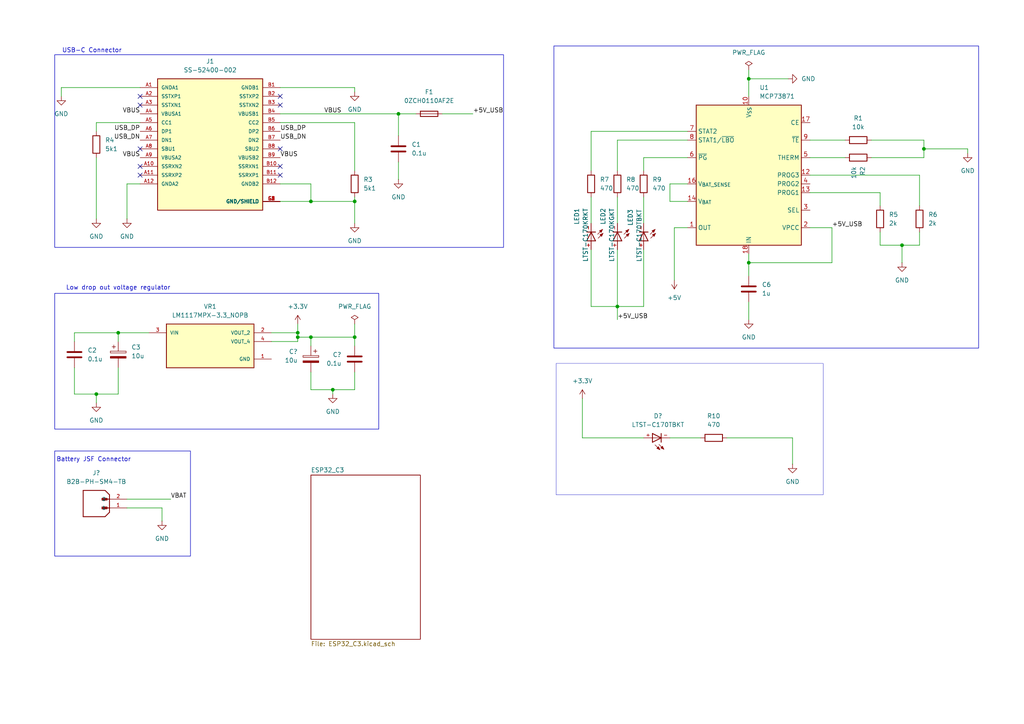
<source format=kicad_sch>
(kicad_sch (version 20250114) (generator "eeschema") (generator_version "9.0")
  (paper "A4")
  (lib_symbols
    (symbol "B2B-PH-SM4-TB:B2B-PH-SM4-TB" (pin_names (offset 1.016))
      (property "Reference" "J" (at 0 6.35 0))
      (property "Value" "B2B-PH-SM4-TB" (at 0 -5.08 0))
      (symbol "B2B-PH-SM4-TB_0_0"
        (polyline (pts (xy 0 3.81) (xy 0 2.54)) (stroke (width 0.254)))
        (polyline (pts (xy 0 3.81) (xy 1.27 5.08)) (stroke (width 0.254)))
        (polyline (pts (xy 0 2.54) (xy 0 -1.27)) (stroke (width 0.254)))
        (polyline (pts (xy 0 2.54) (xy 1.905 2.54)) (stroke (width 0.254)))
        (polyline (pts (xy 0 0) (xy 1.905 0)) (stroke (width 0.254)))
        (polyline (pts (xy 0 -1.27) (xy 1.27 -2.54)) (stroke (width 0.254)))
        (rectangle (start 0.635 2.2225) (end 2.2225 2.8575) (stroke (width 0.1)) (fill (type outline)))
        (rectangle (start 0.635 -0.3175) (end 2.2225 0.3175) (stroke (width 0.1)) (fill (type outline)))
        (polyline (pts (xy 1.27 -2.54) (xy 7.62 -2.54)) (stroke (width 0.254)))
        (polyline (pts (xy 7.62 5.08) (xy 1.27 5.08)) (stroke (width 0.254)))
        (polyline (pts (xy 7.62 -2.54) (xy 7.62 5.08)) (stroke (width 0.254)))
        (pin passive line (at -5.08 2.54 0) (length 5.08) (name "1") (number "1"))
        (pin passive line (at -5.08 0 0) (length 5.08) (name "2") (number "2"))
      )
    )
    (symbol "Battery_Management:MCP73871"
      (property "Reference" "U" (at -7.62 24.13 0))
      (property "Value" "MCP73871" (at -15.24 21.59 0))
      (symbol "MCP73871_0_1"
        (rectangle (start -15.24 20.32) (end 15.24 -20.32) (stroke (width 0.254)) (fill (type background)))
      )
      (symbol "MCP73871_1_1"
        (pin input line (at -17.78 15.24 0) (length 2.54) (name "VPCC") (number "2"))
        (pin input line (at -17.78 10.16 0) (length 2.54) (name "SEL") (number "3"))
        (pin bidirectional line (at -17.78 5.08 0) (length 2.54) (name "PROG1") (number "13"))
        (pin input line (at -17.78 2.54 0) (length 2.54) (name "PROG2") (number "4"))
        (pin bidirectional line (at -17.78 0 0) (length 2.54) (name "PROG3") (number "12"))
        (pin bidirectional line (at -17.78 -5.08 0) (length 2.54) (name "THERM") (number "5"))
        (pin input line (at -17.78 -10.16 0) (length 2.54) (name "~{TE}") (number "9"))
        (pin input line (at -17.78 -15.24 0) (length 2.54) (name "CE") (number "17"))
        (pin power_in line (at 0 22.86 270) (length 2.54) (name "IN") (number "18"))
        (pin passive line (at 0 22.86 270) (length 2.54) (hide yes) (name "IN") (number "19"))
        (pin power_in line (at 0 -22.86 90) (length 2.54) (name "V_{SS}") (number "10"))
        (pin passive line (at 0 -22.86 90) (length 2.54) (hide yes) (name "V_{SS}") (number "11"))
        (pin passive line (at 0 -22.86 90) (length 2.54) (hide yes) (name "V_{SS}") (number "21"))
        (pin power_out line (at 17.78 15.24 180) (length 2.54) (name "OUT") (number "1"))
        (pin passive line (at 17.78 15.24 180) (length 2.54) (hide yes) (name "OUT") (number "20"))
        (pin power_out line (at 17.78 7.62 180) (length 2.54) (name "V_{BAT}") (number "14"))
        (pin passive line (at 17.78 7.62 180) (length 2.54) (hide yes) (name "V_{BAT}") (number "15"))
        (pin input line (at 17.78 2.54 180) (length 2.54) (name "V_{BAT_SENSE}") (number "16"))
        (pin open_collector line (at 17.78 -5.08 180) (length 2.54) (name "~{PG}") (number "6"))
        (pin open_collector line (at 17.78 -10.16 180) (length 2.54) (name "STAT1/~{LBO}") (number "8"))
        (pin open_collector line (at 17.78 -12.7 180) (length 2.54) (name "STAT2") (number "7"))
      )
    )
    (symbol "Device:C" (pin_numbers (hide yes)) (pin_names (offset 0.254))
      (property "Reference" "C" (at 0.635 2.54 0))
      (property "Value" "C" (at 0.635 -2.54 0))
      (symbol "C_0_1"
        (polyline (pts (xy -2.032 0.762) (xy 2.032 0.762)) (stroke (width 0.508)))
        (polyline (pts (xy -2.032 -0.762) (xy 2.032 -0.762)) (stroke (width 0.508)))
      )
      (symbol "C_1_1"
        (pin passive line (at 0 3.81 270) (length 2.794) (name "~") (number "1"))
        (pin passive line (at 0 -3.81 90) (length 2.794) (name "~") (number "2"))
      )
    )
    (symbol "Device:C_Polarized" (pin_numbers (hide yes)) (pin_names (offset 0.254))
      (property "Reference" "C" (at 0.635 2.54 0))
      (property "Value" "C_Polarized" (at 0.635 -2.54 0))
      (symbol "C_Polarized_0_1"
        (rectangle (start -2.286 0.508) (end 2.286 1.016))
        (polyline (pts (xy -1.778 2.286) (xy -0.762 2.286)))
        (polyline (pts (xy -1.27 2.794) (xy -1.27 1.778)))
        (rectangle (start 2.286 -0.508) (end -2.286 -1.016) (fill (type outline)))
      )
      (symbol "C_Polarized_1_1"
        (pin passive line (at 0 3.81 270) (length 2.794) (name "~") (number "1"))
        (pin passive line (at 0 -3.81 90) (length 2.794) (name "~") (number "2"))
      )
    )
    (symbol "Device:Fuse" (pin_numbers (hide yes)) (pin_names (offset 0))
      (property "Reference" "F" (at 2.032 0 90))
      (property "Value" "Fuse" (at -1.905 0 90))
      (symbol "Fuse_0_1"
        (rectangle (start -0.762 -2.54) (end 0.762 2.54) (stroke (width 0.254)))
        (polyline (pts (xy 0 2.54) (xy 0 -2.54)))
      )
      (symbol "Fuse_1_1"
        (pin passive line (at 0 3.81 270) (length 1.27) (name "~") (number "1"))
        (pin passive line (at 0 -3.81 90) (length 1.27) (name "~") (number "2"))
      )
    )
    (symbol "Device:R" (pin_numbers (hide yes)) (pin_names (offset 0))
      (property "Reference" "R" (at 2.032 0 90))
      (property "Value" "R" (at 0 0 90))
      (symbol "R_0_1"
        (rectangle (start -1.016 -2.54) (end 1.016 2.54) (stroke (width 0.254)))
      )
      (symbol "R_1_1"
        (pin passive line (at 0 3.81 270) (length 1.27) (name "~") (number "1"))
        (pin passive line (at 0 -3.81 90) (length 1.27) (name "~") (number "2"))
      )
    )
    (symbol "LM1117MPX-3.3_NOPB:LM1117MPX-3.3_NOPB" (pin_names (offset 1.016))
      (property "Reference" "VR" (at -12.7 6.08 0))
      (property "Value" "LM1117MPX-3.3_NOPB" (at -12.7 -9.08 0))
      (symbol "LM1117MPX-3.3_NOPB_0_0"
        (rectangle (start -12.7 -7.62) (end 12.7 5.08) (stroke (width 0.254)) (fill (type background)))
        (pin input line (at -17.78 2.54 0) (length 5.08) (name "VIN") (number "3"))
        (pin output line (at 17.78 2.54 180) (length 5.08) (name "VOUT_2") (number "2"))
        (pin output line (at 17.78 0 180) (length 5.08) (name "VOUT_4") (number "4"))
        (pin power_in line (at 17.78 -5.08 180) (length 5.08) (name "GND") (number "1"))
      )
    )
    (symbol "LTST-C170KGKT:LTST-C170KGKT" (pin_names (offset 1.016))
      (property "Reference" "D" (at -2.0353 4.0705 0))
      (property "Value" "LTST-C170KGKT" (at -2.0323 -5.7159 0))
      (symbol "LTST-C170KGKT_0_0"
        (polyline (pts (xy -0.762 3.302) (xy 0.127 2.921) (xy -0.381 2.413) (xy -0.762 3.302)) (stroke (width 0.1524)) (fill (type outline)))
        (polyline (pts (xy 0 0) (xy 0 1.27)) (stroke (width 0.254)))
        (polyline (pts (xy 0 0) (xy 2.54 1.27)) (stroke (width 0.254)))
        (polyline (pts (xy 0 -1.27) (xy 0 0)) (stroke (width 0.254)))
        (polyline (pts (xy 0.381 3.429) (xy 1.27 3.048) (xy 0.762 2.54) (xy 0.381 3.429)) (stroke (width 0.1524)) (fill (type outline)))
        (polyline (pts (xy 0.635 1.905) (xy -0.762 3.302)) (stroke (width 0.1524)))
        (polyline (pts (xy 1.778 2.032) (xy 0.381 3.429)) (stroke (width 0.1524)))
        (polyline (pts (xy 2.54 0) (xy 0 0)) (stroke (width 0.1524)))
        (polyline (pts (xy 2.54 0) (xy 2.54 1.27)) (stroke (width 0.254)))
        (polyline (pts (xy 2.54 -1.27) (xy 0 0)) (stroke (width 0.254)))
        (polyline (pts (xy 2.54 -1.27) (xy 2.54 0)) (stroke (width 0.254)))
        (pin passive line (at -2.54 0 0) (length 2.54) (name "~") (number "-"))
        (pin passive line (at 5.08 0 180) (length 2.54) (name "~") (number "+"))
      )
    )
    (symbol "LTST-C170KRKT:LTST-C170KRKT" (pin_names (offset 1.016))
      (property "Reference" "D" (at -2.0343 4.0686 0))
      (property "Value" "LTST-C170KRKT" (at -2.0325 -5.7164 0))
      (symbol "LTST-C170KRKT_0_0"
        (polyline (pts (xy -0.762 3.302) (xy 0.127 2.921) (xy -0.381 2.413) (xy -0.762 3.302)) (stroke (width 0.1524)) (fill (type outline)))
        (polyline (pts (xy 0 0) (xy 0 1.27)) (stroke (width 0.254)))
        (polyline (pts (xy 0 0) (xy 2.54 1.27)) (stroke (width 0.254)))
        (polyline (pts (xy 0 -1.27) (xy 0 0)) (stroke (width 0.254)))
        (polyline (pts (xy 0.381 3.429) (xy 1.27 3.048) (xy 0.762 2.54) (xy 0.381 3.429)) (stroke (width 0.1524)) (fill (type outline)))
        (polyline (pts (xy 0.635 1.905) (xy -0.762 3.302)) (stroke (width 0.1524)))
        (polyline (pts (xy 1.778 2.032) (xy 0.381 3.429)) (stroke (width 0.1524)))
        (polyline (pts (xy 2.54 0) (xy 0 0)) (stroke (width 0.1524)))
        (polyline (pts (xy 2.54 0) (xy 2.54 1.27)) (stroke (width 0.254)))
        (polyline (pts (xy 2.54 -1.27) (xy 0 0)) (stroke (width 0.254)))
        (polyline (pts (xy 2.54 -1.27) (xy 2.54 0)) (stroke (width 0.254)))
        (pin passive line (at -2.54 0 0) (length 2.54) (name "~") (number "-"))
        (pin passive line (at 5.08 0 180) (length 2.54) (name "~") (number "+"))
      )
    )
    (symbol "LTST-C170TBKT:LTST-C170TBKT" (pin_names (offset 1.016))
      (property "Reference" "D" (at -2.0354 4.0708 0))
      (property "Value" "LTST-C170TBKT" (at -2.0343 -5.7214 0))
      (symbol "LTST-C170TBKT_0_0"
        (polyline (pts (xy -0.762 3.302) (xy 0.127 2.921) (xy -0.381 2.413) (xy -0.762 3.302)) (stroke (width 0.1524)) (fill (type outline)))
        (polyline (pts (xy 0 0) (xy 0 1.27)) (stroke (width 0.254)))
        (polyline (pts (xy 0 0) (xy 2.54 1.27)) (stroke (width 0.254)))
        (polyline (pts (xy 0 -1.27) (xy 0 0)) (stroke (width 0.254)))
        (polyline (pts (xy 0.381 3.429) (xy 1.27 3.048) (xy 0.762 2.54) (xy 0.381 3.429)) (stroke (width 0.1524)) (fill (type outline)))
        (polyline (pts (xy 0.635 1.905) (xy -0.762 3.302)) (stroke (width 0.1524)))
        (polyline (pts (xy 1.778 2.032) (xy 0.381 3.429)) (stroke (width 0.1524)))
        (polyline (pts (xy 2.54 0) (xy 0 0)) (stroke (width 0.1524)))
        (polyline (pts (xy 2.54 0) (xy 2.54 1.27)) (stroke (width 0.254)))
        (polyline (pts (xy 2.54 -1.27) (xy 0 0)) (stroke (width 0.254)))
        (polyline (pts (xy 2.54 -1.27) (xy 2.54 0)) (stroke (width 0.254)))
        (pin passive line (at -2.54 0 0) (length 2.54) (name "~") (number "-"))
        (pin passive line (at 5.08 0 180) (length 2.54) (name "~") (number "+"))
      )
    )
    (symbol "SS-52400-002:SS-52400-002" (pin_names (offset 1.016))
      (property "Reference" "J" (at -15.24 19.05 0))
      (property "Value" "SS-52400-002" (at -15.24 -22.86 0))
      (symbol "SS-52400-002_0_0"
        (rectangle (start -15.24 -20.32) (end 15.24 17.78) (stroke (width 0.254)) (fill (type background)))
        (pin power_in line (at -20.32 15.24 0) (length 5.08) (name "GNDA1") (number "A1"))
        (pin bidirectional line (at -20.32 12.7 0) (length 5.08) (name "SSTXP1") (number "A2"))
        (pin bidirectional line (at -20.32 10.16 0) (length 5.08) (name "SSTXN1") (number "A3"))
        (pin power_in line (at -20.32 7.62 0) (length 5.08) (name "VBUSA1") (number "A4"))
        (pin bidirectional line (at -20.32 5.08 0) (length 5.08) (name "CC1") (number "A5"))
        (pin bidirectional line (at -20.32 2.54 0) (length 5.08) (name "DP1") (number "A6"))
        (pin bidirectional line (at -20.32 0 0) (length 5.08) (name "DN1") (number "A7"))
        (pin bidirectional line (at -20.32 -2.54 0) (length 5.08) (name "SBU1") (number "A8"))
        (pin power_in line (at -20.32 -5.08 0) (length 5.08) (name "VBUSA2") (number "A9"))
        (pin bidirectional line (at -20.32 -7.62 0) (length 5.08) (name "SSRXN2") (number "A10"))
        (pin bidirectional line (at -20.32 -10.16 0) (length 5.08) (name "SSRXP2") (number "A11"))
        (pin power_in line (at -20.32 -12.7 0) (length 5.08) (name "GNDA2") (number "A12"))
        (pin power_in line (at 20.32 15.24 180) (length 5.08) (name "GNDB1") (number "B1"))
        (pin bidirectional line (at 20.32 12.7 180) (length 5.08) (name "SSTXP2") (number "B2"))
        (pin bidirectional line (at 20.32 10.16 180) (length 5.08) (name "SSTXN2") (number "B3"))
        (pin power_in line (at 20.32 7.62 180) (length 5.08) (name "VBUSB1") (number "B4"))
        (pin bidirectional line (at 20.32 5.08 180) (length 5.08) (name "CC2") (number "B5"))
        (pin bidirectional line (at 20.32 2.54 180) (length 5.08) (name "DP2") (number "B6"))
        (pin bidirectional line (at 20.32 0 180) (length 5.08) (name "DN2") (number "B7"))
        (pin bidirectional line (at 20.32 -2.54 180) (length 5.08) (name "SBU2") (number "B8"))
        (pin power_in line (at 20.32 -5.08 180) (length 5.08) (name "VBUSB2") (number "B9"))
        (pin bidirectional line (at 20.32 -7.62 180) (length 5.08) (name "SSRXN1") (number "B10"))
        (pin bidirectional line (at 20.32 -10.16 180) (length 5.08) (name "SSRXP1") (number "B11"))
        (pin power_in line (at 20.32 -12.7 180) (length 5.08) (name "GNDB2") (number "B12"))
        (pin power_in line (at 20.32 -17.78 180) (length 5.08) (name "GND/SHIELD") (number "G1"))
        (pin power_in line (at 20.32 -17.78 180) (length 5.08) (name "GND/SHIELD") (number "G2"))
        (pin power_in line (at 20.32 -17.78 180) (length 5.08) (name "GND/SHIELD") (number "G3"))
        (pin power_in line (at 20.32 -17.78 180) (length 5.08) (name "GND/SHIELD") (number "G4"))
        (pin power_in line (at 20.32 -17.78 180) (length 5.08) (name "GND/SHIELD") (number "S1"))
        (pin power_in line (at 20.32 -17.78 180) (length 5.08) (name "GND/SHIELD") (number "S2"))
        (pin power_in line (at 20.32 -17.78 180) (length 5.08) (name "GND/SHIELD") (number "S3"))
        (pin power_in line (at 20.32 -17.78 180) (length 5.08) (name "GND/SHIELD") (number "S4"))
      )
    )
    (symbol "power:+3.3V" (power) (pin_numbers (hide yes)) (pin_names (offset 0) (hide yes))
      (property "Value" "+3.3V" (at 0 3.556 0))
      (symbol "+3.3V_0_1"
        (polyline (pts (xy -0.762 1.27) (xy 0 2.54)))
        (polyline (pts (xy 0 2.54) (xy 0.762 1.27)))
        (polyline (pts (xy 0 0) (xy 0 2.54)))
      )
      (symbol "+3.3V_1_1"
        (pin power_in line (at 0 0 90) (length 0) (name "~") (number "1"))
      )
    )
    (symbol "power:+5V" (power) (pin_numbers (hide yes)) (pin_names (offset 0) (hide yes))
      (property "Value" "+5V" (at 0 3.556 0))
      (symbol "+5V_0_1"
        (polyline (pts (xy -0.762 1.27) (xy 0 2.54)))
        (polyline (pts (xy 0 2.54) (xy 0.762 1.27)))
        (polyline (pts (xy 0 0) (xy 0 2.54)))
      )
      (symbol "+5V_1_1"
        (pin power_in line (at 0 0 90) (length 0) (name "~") (number "1"))
      )
    )
    (symbol "power:GND" (power) (pin_numbers (hide yes)) (pin_names (offset 0) (hide yes))
      (property "Value" "GND" (at 0 -3.81 0))
      (symbol "GND_0_1"
        (polyline (pts (xy 0 0) (xy 0 -1.27) (xy 1.27 -1.27) (xy 0 -2.54) (xy -1.27 -1.27) (xy 0 -1.27)))
      )
      (symbol "GND_1_1"
        (pin power_in line (at 0 0 270) (length 0) (name "~") (number "1"))
      )
    )
    (symbol "power:PWR_FLAG" (power) (pin_numbers (hide yes)) (pin_names (offset 0) (hide yes))
      (property "Value" "PWR_FLAG" (at 0 3.81 0))
      (symbol "PWR_FLAG_0_0"
        (pin power_out line (at 0 0 90) (length 0) (name "~") (number "1"))
      )
      (symbol "PWR_FLAG_0_1"
        (polyline (pts (xy 0 0) (xy 0 1.27) (xy -1.016 1.905) (xy 0 2.54) (xy 1.016 1.905) (xy 0 1.27)))
      )
    )
  )
  (rectangle (start 15.875 85.09) (end 109.855 124.46))
  (rectangle (start 15.875 15.875) (end 146.05 71.755))
  (rectangle (start 161.29 105.41) (end 238.76 143.51) (stroke (width 0.0508)))
  (rectangle (start 160.655 13.335) (end 283.845 100.965))
  (rectangle (start 15.875 130.81) (end 55.245 161.29))
  (text "USB-C Connector" (at 26.67 14.732 0) (effects (font (size 1.27 1.27))))
  (text "Battery JSF Connector" (at 27.178 133.35 0) (effects (font (size 1.27 1.27))))
  (text "Low drop out voltage regulator\n" (at 34.29 83.566 0) (effects (font (size 1.27 1.27))))
  (junction (at 34.29 96.52))
  (junction (at 27.94 114.3))
  (junction (at 267.97 43.18))
  (junction (at 90.17 58.42))
  (junction (at 102.87 97.79))
  (junction (at 261.62 71.12))
  (junction (at 102.87 58.42))
  (junction (at 217.17 76.2))
  (junction (at 115.57 33.02))
  (junction (at 179.07 88.9))
  (junction (at 86.36 96.52))
  (junction (at 96.52 113.03))
  (junction (at 217.17 22.86))
  (junction (at 90.17 97.79))
  (junction (at 86.36 97.79))
  (no_connect (at 81.28 43.18))
  (no_connect (at 40.64 43.18))
  (no_connect (at 40.64 30.48))
  (no_connect (at 40.64 48.26))
  (no_connect (at 81.28 30.48))
  (no_connect (at 40.64 27.94))
  (no_connect (at 81.28 50.8))
  (no_connect (at 40.64 50.8))
  (no_connect (at 81.28 27.94))
  (no_connect (at 81.28 48.26))
  (wire (pts (xy 234.95 55.88) (xy 255.27 55.88)))
  (wire (pts (xy 96.52 113.03) (xy 90.17 113.03)))
  (wire (pts (xy 102.87 35.56) (xy 102.87 49.53)))
  (wire (pts (xy 229.87 127) (xy 229.87 134.62)))
  (wire (pts (xy 90.17 58.42) (xy 102.87 58.42)))
  (wire (pts (xy 36.83 144.78) (xy 49.53 144.78)))
  (wire (pts (xy 194.31 53.34) (xy 194.31 58.42)))
  (wire (pts (xy 194.31 58.42) (xy 199.39 58.42)))
  (wire (pts (xy 90.17 97.79) (xy 90.17 100.33)))
  (wire (pts (xy 21.59 96.52) (xy 21.59 99.06)))
  (wire (pts (xy 255.27 55.88) (xy 255.27 59.69)))
  (wire (pts (xy 81.28 58.42) (xy 90.17 58.42)))
  (wire (pts (xy 186.69 57.15) (xy 186.69 64.77)))
  (wire (pts (xy 195.58 66.04) (xy 195.58 81.28)))
  (wire (pts (xy 217.17 22.86) (xy 217.17 27.94)))
  (wire (pts (xy 255.27 71.12) (xy 261.62 71.12)))
  (wire (pts (xy 228.6 22.86) (xy 217.17 22.86)))
  (wire (pts (xy 171.45 88.9) (xy 179.07 88.9)))
  (wire (pts (xy 90.17 53.34) (xy 90.17 58.42)))
  (wire (pts (xy 21.59 106.68) (xy 21.59 114.3)))
  (wire (pts (xy 186.69 45.72) (xy 199.39 45.72)))
  (wire (pts (xy 199.39 38.1) (xy 171.45 38.1)))
  (wire (pts (xy 36.83 147.32) (xy 46.99 147.32)))
  (wire (pts (xy 86.36 99.06) (xy 86.36 97.79)))
  (wire (pts (xy 128.27 33.02) (xy 137.16 33.02)))
  (wire (pts (xy 90.17 107.95) (xy 90.17 113.03)))
  (wire (pts (xy 234.95 50.8) (xy 266.7 50.8)))
  (wire (pts (xy 179.07 88.9) (xy 179.07 92.71)))
  (wire (pts (xy 168.91 127) (xy 186.69 127)))
  (wire (pts (xy 40.64 25.4) (xy 17.78 25.4)))
  (wire (pts (xy 194.31 127) (xy 203.2 127)))
  (wire (pts (xy 36.83 53.34) (xy 40.64 53.34)))
  (wire (pts (xy 171.45 38.1) (xy 171.45 49.53)))
  (wire (pts (xy 86.36 96.52) (xy 86.36 93.98)))
  (wire (pts (xy 234.95 66.04) (xy 241.3 66.04)))
  (wire (pts (xy 96.52 113.03) (xy 102.87 113.03)))
  (wire (pts (xy 217.17 73.66) (xy 217.17 76.2)))
  (wire (pts (xy 179.07 88.9) (xy 186.69 88.9)))
  (wire (pts (xy 266.7 50.8) (xy 266.7 59.69)))
  (wire (pts (xy 17.78 25.4) (xy 17.78 27.94)))
  (wire (pts (xy 266.7 71.12) (xy 266.7 67.31)))
  (wire (pts (xy 81.28 25.4) (xy 102.87 25.4)))
  (wire (pts (xy 27.94 114.3) (xy 27.94 116.84)))
  (wire (pts (xy 43.18 96.52) (xy 34.29 96.52)))
  (wire (pts (xy 34.29 96.52) (xy 21.59 96.52)))
  (wire (pts (xy 102.87 113.03) (xy 102.87 107.95)))
  (wire (pts (xy 234.95 40.64) (xy 245.11 40.64)))
  (wire (pts (xy 267.97 45.72) (xy 267.97 43.18)))
  (wire (pts (xy 267.97 40.64) (xy 252.73 40.64)))
  (wire (pts (xy 179.07 57.15) (xy 179.07 64.77)))
  (wire (pts (xy 179.07 72.39) (xy 179.07 88.9)))
  (wire (pts (xy 86.36 97.79) (xy 90.17 97.79)))
  (wire (pts (xy 102.87 97.79) (xy 102.87 100.33)))
  (wire (pts (xy 210.82 127) (xy 229.87 127)))
  (wire (pts (xy 217.17 20.32) (xy 217.17 22.86)))
  (wire (pts (xy 199.39 40.64) (xy 179.07 40.64)))
  (wire (pts (xy 217.17 87.63) (xy 217.17 92.71)))
  (wire (pts (xy 179.07 40.64) (xy 179.07 49.53)))
  (wire (pts (xy 102.87 93.98) (xy 102.87 97.79)))
  (wire (pts (xy 81.28 35.56) (xy 102.87 35.56)))
  (wire (pts (xy 27.94 45.72) (xy 27.94 63.5)))
  (wire (pts (xy 186.69 49.53) (xy 186.69 45.72)))
  (wire (pts (xy 34.29 114.3) (xy 34.29 106.68)))
  (wire (pts (xy 102.87 58.42) (xy 102.87 64.77)))
  (wire (pts (xy 280.67 44.45) (xy 280.67 43.18)))
  (wire (pts (xy 168.91 115.57) (xy 168.91 127)))
  (wire (pts (xy 267.97 43.18) (xy 267.97 40.64)))
  (wire (pts (xy 241.3 76.2) (xy 217.17 76.2)))
  (wire (pts (xy 78.74 96.52) (xy 86.36 96.52)))
  (wire (pts (xy 115.57 33.02) (xy 120.65 33.02)))
  (wire (pts (xy 27.94 114.3) (xy 34.29 114.3)))
  (wire (pts (xy 40.64 35.56) (xy 27.94 35.56)))
  (wire (pts (xy 255.27 67.31) (xy 255.27 71.12)))
  (wire (pts (xy 199.39 53.34) (xy 194.31 53.34)))
  (wire (pts (xy 102.87 25.4) (xy 102.87 26.67)))
  (wire (pts (xy 86.36 97.79) (xy 86.36 96.52)))
  (wire (pts (xy 261.62 71.12) (xy 266.7 71.12)))
  (wire (pts (xy 115.57 33.02) (xy 115.57 39.37)))
  (wire (pts (xy 115.57 46.99) (xy 115.57 52.07)))
  (wire (pts (xy 21.59 114.3) (xy 27.94 114.3)))
  (wire (pts (xy 78.74 99.06) (xy 86.36 99.06)))
  (wire (pts (xy 36.83 63.5) (xy 36.83 53.34)))
  (wire (pts (xy 199.39 66.04) (xy 195.58 66.04)))
  (wire (pts (xy 90.17 97.79) (xy 102.87 97.79)))
  (wire (pts (xy 280.67 43.18) (xy 267.97 43.18)))
  (wire (pts (xy 217.17 76.2) (xy 217.17 80.01)))
  (wire (pts (xy 81.28 53.34) (xy 90.17 53.34)))
  (wire (pts (xy 96.52 113.03) (xy 96.52 114.3)))
  (wire (pts (xy 171.45 57.15) (xy 171.45 64.77)))
  (wire (pts (xy 171.45 72.39) (xy 171.45 88.9)))
  (wire (pts (xy 102.87 57.15) (xy 102.87 58.42)))
  (wire (pts (xy 186.69 88.9) (xy 186.69 72.39)))
  (wire (pts (xy 234.95 45.72) (xy 245.11 45.72)))
  (wire (pts (xy 46.99 147.32) (xy 46.99 151.13)))
  (wire (pts (xy 81.28 33.02) (xy 115.57 33.02)))
  (wire (pts (xy 34.29 96.52) (xy 34.29 99.06)))
  (wire (pts (xy 252.73 45.72) (xy 267.97 45.72)))
  (wire (pts (xy 241.3 66.04) (xy 241.3 76.2)))
  (wire (pts (xy 261.62 71.12) (xy 261.62 76.2)))
  (wire (pts (xy 27.94 35.56) (xy 27.94 38.1)))
  (label "+5V_USB" (at 179.07 92.71 0))
  (label "+5V_USB" (at 241.3 66.04 0))
  (label "VBUS" (at 81.28 45.72 0))
  (label "VBUS" (at 40.64 33.02 180))
  (label "VBAT" (at 49.53 144.78 0))
  (label "USB_DN" (at 81.28 40.64 0))
  (label "+5V_USB" (at 137.16 33.02 0))
  (label "USB_DP" (at 40.64 38.1 180))
  (label "VBUS" (at 93.98 33.02 0))
  (label "VBUS" (at 40.64 45.72 180))
  (label "USB_DN" (at 40.64 40.64 180))
  (label "USB_DP" (at 81.28 38.1 0))
  (symbol (lib_id "Device:R") (at 186.69 53.34 180) (unit 1)
    (property "Reference" "R9" (at 189.23 52.0699 0) (effects (justify right)))
    (property "Value" "470" (at 189.23 54.6099 0) (effects (justify right)))
    (property "Description" "Resistor" (effects (hide yes)))
  )
  (symbol (lib_id "power:GND") (at 261.62 76.2 0) (unit 1)
    (property "Reference" "#PWR02" (effects (hide yes)))
    (property "Value" "GND" (at 261.62 81.28 0))
    (property "Description" "Power symbol creates a global label with name \"GND\" , ground" (effects (hide yes)))
  )
  (symbol (lib_id "Device:R") (at 27.94 41.91 0) (unit 1)
    (property "Reference" "R4" (at 30.48 40.6399 0) (effects (justify left)))
    (property "Value" "5k1" (at 30.48 43.1799 0) (effects (justify left)))
    (property "Description" "Resistor" (effects (hide yes)))
  )
  (symbol (lib_id "power:+5V") (at 195.58 81.28 180) (unit 1)
    (property "Reference" "#PWR09" (effects (hide yes)))
    (property "Value" "+5V" (at 195.58 86.36 0))
    (property "Description" "Power symbol creates a global label with name \"+5V\"" (effects (hide yes)))
  )
  (symbol (lib_id "Device:C") (at 21.59 102.87 0) (unit 1)
    (property "Reference" "C2" (at 25.4 101.5999 0) (effects (justify left)))
    (property "Value" "0.1u" (at 25.4 104.1399 0) (effects (justify left)))
    (property "Description" "Unpolarized capacitor" (effects (hide yes)))
  )
  (symbol (lib_id "LTST-C170TBKT:LTST-C170TBKT") (at 186.69 67.31 270) (unit 1)
    (property "Reference" "LED3" (at 182.8418 60.6425 0) (effects (justify left)))
    (property "Value" "LTST-C170TBKT" (at 185.3818 60.6425 0) (effects (justify left)))
    (property "Footprint" "LTST-C170TBKT:DIOC200X125X110" (effects (hide yes)))
    (property "MF" "Lite-On Electronics" (effects (hide yes)))
    (property "Description_1" "Blue 470nm LED Indication - Discrete 3.3V 0805 (2012 Metric)" (effects (hide yes)))
    (property "Package" "0805 Lite-On" (effects (hide yes)))
    (property "Price" "None" (effects (hide yes)))
    (property "Check_prices" "https://www.snapeda.com/parts/LTST-C170TBKT/Lite-On/view-part/?ref=eda" (effects (hide yes)))
    (property "SnapEDA_Link" "https://www.snapeda.com/parts/LTST-C170TBKT/Lite-On/view-part/?ref=snap" (effects (hide yes)))
    (property "MP" "LTST-C170TBKT" (effects (hide yes)))
    (property "Availability" "In Stock" (effects (hide yes)))
    (property "MANUFACTURER" "LiteOn" (effects (hide yes)))
  )
  (symbol (lib_id "Device:R") (at 255.27 63.5 0) (unit 1)
    (property "Reference" "R5" (at 257.81 62.2299 0) (effects (justify left)))
    (property "Value" "2k" (at 257.81 64.7699 0) (effects (justify left)))
    (property "Description" "Resistor" (effects (hide yes)))
  )
  (symbol (lib_id "Device:C") (at 217.17 83.82 0) (unit 1)
    (property "Reference" "C6" (at 220.98 82.5499 0) (effects (justify left)))
    (property "Value" "1u" (at 220.98 85.0899 0) (effects (justify left)))
    (property "Description" "Unpolarized capacitor" (effects (hide yes)))
  )
  (symbol (lib_id "LTST-C170KGKT:LTST-C170KGKT") (at 179.07 67.31 270) (unit 1)
    (property "Reference" "LED2" (at 174.9043 60.325 0) (effects (justify left)))
    (property "Value" "LTST-C170KGKT" (at 177.4443 60.325 0) (effects (justify left)))
    (property "Footprint" "LTST-C170KGKT:DIOC200X125X110" (effects (hide yes)))
    (property "MF" "Lite-On Inc." (effects (hide yes)))
    (property "Description_1" "Green 571nm LED Indication - Discrete 2V 0805 (2012 Metric)" (effects (hide yes)))
    (property "Package" "0805 Lite-On" (effects (hide yes)))
    (property "Price" "None" (effects (hide yes)))
    (property "Check_prices" "https://www.snapeda.com/parts/LTST-C170KGKT/Lite-On/view-part/?ref=eda" (effects (hide yes)))
    (property "SnapEDA_Link" "https://www.snapeda.com/parts/LTST-C170KGKT/Lite-On/view-part/?ref=snap" (effects (hide yes)))
    (property "MP" "LTST-C170KGKT" (effects (hide yes)))
    (property "Availability" "In Stock" (effects (hide yes)))
    (property "MANUFACTURER" "LiteOn" (effects (hide yes)))
  )
  (symbol (lib_id "Device:C") (at 102.87 104.14 0) (mirror y) (unit 1)
    (property "Reference" "C?" (at 99.06 102.8699 0) (effects (justify left)))
    (property "Value" "0.1u" (at 99.06 105.4099 0) (effects (justify left)))
    (property "Description" "Unpolarized capacitor" (effects (hide yes)))
  )
  (symbol (lib_id "power:GND") (at 280.67 44.45 0) (unit 1)
    (property "Reference" "#PWR01" (effects (hide yes)))
    (property "Value" "GND" (at 280.67 49.53 0))
    (property "Description" "Power symbol creates a global label with name \"GND\" , ground" (effects (hide yes)))
  )
  (symbol (lib_id "power:GND") (at 46.99 151.13 0) (unit 1)
    (property "Reference" "#PWR015" (effects (hide yes)))
    (property "Value" "GND" (at 46.99 156.21 0))
    (property "Description" "Power symbol creates a global label with name \"GND\" , ground" (effects (hide yes)))
  )
  (symbol (lib_id "Device:C_Polarized") (at 34.29 102.87 0) (unit 1)
    (property "Reference" "C3" (at 38.1 100.7109 0) (effects (justify left)))
    (property "Value" "10u" (at 38.1 103.2509 0) (effects (justify left)))
    (property "Description" "Polarized capacitor" (effects (hide yes)))
  )
  (symbol (lib_id "power:GND") (at 228.6 22.86 90) (unit 1)
    (property "Reference" "#PWR010" (effects (hide yes)))
    (property "Value" "GND" (at 232.41 22.8599 90) (effects (justify right)))
    (property "Description" "Power symbol creates a global label with name \"GND\" , ground" (effects (hide yes)))
  )
  (symbol (lib_id "power:GND") (at 229.87 134.62 0) (unit 1)
    (property "Reference" "#PWR016" (effects (hide yes)))
    (property "Value" "GND" (at 229.87 139.7 0))
    (property "Description" "Power symbol creates a global label with name \"GND\" , ground" (effects (hide yes)))
  )
  (symbol (lib_id "LM1117MPX-3.3_NOPB:LM1117MPX-3.3_NOPB") (at 60.96 99.06 0) (unit 1)
    (property "Reference" "VR1" (at 60.96 88.9 0))
    (property "Value" "LM1117MPX-3.3_NOPB" (at 60.96 91.44 0))
    (property "Footprint" "LM1117MPX-3.3_NOPB:VREG_LM1117MPX-3.3_NOPB" (effects (hide yes)))
    (property "DigiKey_Part_Number" "LM1117MPX-3.3/NOPBTR-ND" (effects (hide yes)))
    (property "SnapEDA_Link" "https://www.snapeda.com/parts/LM1117MPX-3.3/NOPB/Texas+Instruments/view-part/?ref=snap" (effects (hide yes)))
    (property "MAXIMUM_PACKAGE_HEIGHT" "1.80 mm" (effects (hide yes)))
    (property "Package" "SOT-223-4 Texas Instruments" (effects (hide yes)))
    (property "Check_prices" "https://www.snapeda.com/parts/LM1117MPX-3.3/NOPB/Texas+Instruments/view-part/?ref=eda" (effects (hide yes)))
    (property "STANDARD" "Manufacturer Recommendation" (effects (hide yes)))
    (property "PARTREV" "O" (effects (hide yes)))
    (property "MF" "Texas Instruments" (effects (hide yes)))
    (property "MP" "LM1117MPX-3.3/NOPB" (effects (hide yes)))
    (property "Description_1" "800-mA 15-V linear voltage regulator" (effects (hide yes)))
    (property "MANUFACTURER" "Texas Instruments" (effects (hide yes)))
  )
  (symbol (lib_id "power:GND") (at 217.17 92.71 0) (unit 1)
    (property "Reference" "#PWR011" (effects (hide yes)))
    (property "Value" "GND" (at 217.17 97.79 0))
    (property "Description" "Power symbol creates a global label with name \"GND\" , ground" (effects (hide yes)))
  )
  (symbol (lib_id "Device:R") (at 207.01 127 90) (unit 1)
    (property "Reference" "R10" (at 207.01 120.65 90))
    (property "Value" "470" (at 207.01 123.19 90))
    (property "Description" "Resistor" (effects (hide yes)))
  )
  (symbol (lib_id "power:PWR_FLAG") (at 102.87 93.98 0) (unit 1)
    (property "Reference" "#FLG02" (effects (hide yes)))
    (property "Value" "PWR_FLAG" (at 102.87 88.9 0))
    (property "Description" "Special symbol for telling ERC where power comes from" (effects (hide yes)))
  )
  (symbol (lib_id "power:GND") (at 115.57 52.07 0) (unit 1)
    (property "Reference" "#PWR08" (effects (hide yes)))
    (property "Value" "GND" (at 115.57 57.15 0))
    (property "Description" "Power symbol creates a global label with name \"GND\" , ground" (effects (hide yes)))
  )
  (symbol (lib_id "Device:R") (at 179.07 53.34 0) (unit 1)
    (property "Reference" "R8" (at 181.61 52.0699 0) (effects (justify left)))
    (property "Value" "470" (at 181.61 54.6099 0) (effects (justify left)))
    (property "Description" "Resistor" (effects (hide yes)))
  )
  (symbol (lib_id "power:GND") (at 27.94 63.5 0) (unit 1)
    (property "Reference" "#PWR03" (effects (hide yes)))
    (property "Value" "GND" (at 27.94 68.58 0))
    (property "Description" "Power symbol creates a global label with name \"GND\" , ground" (effects (hide yes)))
  )
  (symbol (lib_id "Device:R") (at 248.92 40.64 90) (unit 1)
    (property "Reference" "R1" (at 248.92 34.29 90))
    (property "Value" "10k" (at 248.92 36.83 90))
    (property "Description" "Resistor" (effects (hide yes)))
  )
  (symbol (lib_id "power:GND") (at 36.83 63.5 0) (unit 1)
    (property "Reference" "#PWR04" (effects (hide yes)))
    (property "Value" "GND" (at 36.83 68.58 0))
    (property "Description" "Power symbol creates a global label with name \"GND\" , ground" (effects (hide yes)))
  )
  (symbol (lib_id "Device:R") (at 102.87 53.34 0) (unit 1)
    (property "Reference" "R3" (at 105.41 52.0699 0) (effects (justify left)))
    (property "Value" "5k1" (at 105.41 54.6099 0) (effects (justify left)))
    (property "Description" "Resistor" (effects (hide yes)))
  )
  (symbol (lib_id "power:GND") (at 27.94 116.84 0) (unit 1)
    (property "Reference" "#PWR014" (effects (hide yes)))
    (property "Value" "GND" (at 27.94 121.92 0))
    (property "Description" "Power symbol creates a global label with name \"GND\" , ground" (effects (hide yes)))
  )
  (symbol (lib_id "power:GND") (at 102.87 26.67 0) (unit 1)
    (property "Reference" "#PWR07" (effects (hide yes)))
    (property "Value" "GND" (at 102.87 31.75 0))
    (property "Description" "Power symbol creates a global label with name \"GND\" , ground" (effects (hide yes)))
  )
  (symbol (lib_id "LTST-C170KRKT:LTST-C170KRKT") (at 171.45 67.31 270) (unit 1)
    (property "Reference" "LED1" (at 167.2843 60.325 0) (effects (justify left)))
    (property "Value" "LTST-C170KRKT" (at 169.8243 60.325 0) (effects (justify left)))
    (property "Footprint" "LTST-C170KRKT:DIOC200X125X110" (effects (hide yes)))
    (property "DigiKey_Part_Number" "160-1415-2-ND" (effects (hide yes)))
    (property "SnapEDA_Link" "https://www.snapeda.com/parts/LTST-C170KRKT/Lite-On/view-part/?ref=snap" (effects (hide yes)))
    (property "Description_1" "Red 631nm LED Indication - Discrete 2V 0805 (2012 Metric)" (effects (hide yes)))
    (property "Package" "0805 Lite-On" (effects (hide yes)))
    (property "Check_prices" "https://www.snapeda.com/parts/LTST-C170KRKT/Lite-On/view-part/?ref=eda" (effects (hide yes)))
    (property "MF" "Lite-On Inc." (effects (hide yes)))
    (property "MP" "LTST-C170KRKT" (effects (hide yes)))
    (property "MANUFACTURER" "LiteOn" (effects (hide yes)))
  )
  (symbol (lib_id "LTST-C170TBKT:LTST-C170TBKT") (at 191.77 127 180) (unit 1)
    (property "Reference" "D?" (at 190.8556 120.65 0))
    (property "Value" "LTST-C170TBKT" (at 190.8556 123.19 0))
    (property "Footprint" "LTST-C170TBKT:DIOC200X125X110" (effects (hide yes)))
    (property "MF" "Lite-On Electronics" (effects (hide yes)))
    (property "Description_1" "Blue 470nm LED Indication - Discrete 3.3V 0805 (2012 Metric)" (effects (hide yes)))
    (property "Package" "0805 Lite-On" (effects (hide yes)))
    (property "Price" "None" (effects (hide yes)))
    (property "Check_prices" "https://www.snapeda.com/parts/LTST-C170TBKT/Lite-On/view-part/?ref=eda" (effects (hide yes)))
    (property "SnapEDA_Link" "https://www.snapeda.com/parts/LTST-C170TBKT/Lite-On/view-part/?ref=snap" (effects (hide yes)))
    (property "MP" "LTST-C170TBKT" (effects (hide yes)))
    (property "Availability" "In Stock" (effects (hide yes)))
    (property "MANUFACTURER" "LiteOn" (effects (hide yes)))
  )
  (symbol (lib_id "Device:R") (at 266.7 63.5 0) (unit 1)
    (property "Reference" "R6" (at 269.24 62.2299 0) (effects (justify left)))
    (property "Value" "2k" (at 269.24 64.7699 0) (effects (justify left)))
    (property "Description" "Resistor" (effects (hide yes)))
  )
  (symbol (lib_id "Device:Fuse") (at 124.46 33.02 90) (unit 1)
    (property "Reference" "F1" (at 124.46 26.67 90))
    (property "Value" "0ZCH0110AF2E" (at 124.46 29.21 90))
    (property "Description" "Fuse" (effects (hide yes)))
  )
  (symbol (lib_id "power:GND") (at 17.78 27.94 0) (unit 1)
    (property "Reference" "#PWR06" (effects (hide yes)))
    (property "Value" "GND" (at 17.78 33.02 0))
    (property "Description" "Power symbol creates a global label with name \"GND\" , ground" (effects (hide yes)))
  )
  (symbol (lib_id "power:+3.3V") (at 168.91 115.57 0) (unit 1)
    (property "Reference" "#PWR017" (effects (hide yes)))
    (property "Value" "+3.3V" (at 168.91 110.49 0))
    (property "Description" "Power symbol creates a global label with name \"+3.3V\"" (effects (hide yes)))
  )
  (symbol (lib_id "Device:R") (at 248.92 45.72 270) (unit 1)
    (property "Reference" "R2" (at 250.1901 48.26 0) (effects (justify left)))
    (property "Value" "10k" (at 247.6501 48.26 0) (effects (justify left)))
    (property "Description" "Resistor" (effects (hide yes)))
  )
  (symbol (lib_id "Device:C") (at 115.57 43.18 0) (unit 1)
    (property "Reference" "C1" (at 119.38 41.9099 0) (effects (justify left)))
    (property "Value" "0.1u" (at 119.38 44.4499 0) (effects (justify left)))
    (property "Description" "Unpolarized capacitor" (effects (hide yes)))
  )
  (symbol (lib_id "Device:C_Polarized") (at 90.17 104.14 0) (mirror y) (unit 1)
    (property "Reference" "C?" (at 86.36 101.9809 0) (effects (justify left)))
    (property "Value" "10u" (at 86.36 104.5209 0) (effects (justify left)))
    (property "Description" "Polarized capacitor" (effects (hide yes)))
  )
  (symbol (lib_id "power:GND") (at 96.52 114.3 0) (unit 1)
    (property "Reference" "#PWR013" (effects (hide yes)))
    (property "Value" "GND" (at 96.52 119.38 0))
    (property "Description" "Power symbol creates a global label with name \"GND\" , ground" (effects (hide yes)))
  )
  (symbol (lib_id "power:GND") (at 102.87 64.77 0) (unit 1)
    (property "Reference" "#PWR05" (effects (hide yes)))
    (property "Value" "GND" (at 102.87 69.85 0))
    (property "Description" "Power symbol creates a global label with name \"GND\" , ground" (effects (hide yes)))
  )
  (symbol (lib_id "SS-52400-002:SS-52400-002") (at 60.96 40.64 0) (unit 1)
    (property "Reference" "J1" (at 60.96 17.78 0))
    (property "Value" "SS-52400-002" (at 60.96 20.32 0))
    (property "Footprint" "SS-52400-002:BELFUSE_SS-52400-002" (effects (hide yes)))
    (property "DigiKey_Part_Number" "380-SS-52400-002TR-ND" (effects (hide yes)))
    (property "SnapEDA_Link" "https://www.snapeda.com/parts/SS-52400-002/Stewart+Connector/view-part/?ref=snap" (effects (hide yes)))
    (property "MAXIMUM_PACKAGE_HEIGHT" "2.96 mm" (effects (hide yes)))
    (property "Package" "None" (effects (hide yes)))
    (property "Check_prices" "https://www.snapeda.com/parts/SS-52400-002/Stewart+Connector/view-part/?ref=eda" (effects (hide yes)))
    (property "STANDARD" "Manufacturer Recommendations" (effects (hide yes)))
    (property "PARTREV" "A0" (effects (hide yes)))
    (property "MF" "Stewart Connector" (effects (hide yes)))
    (property "MP" "SS-52400-002" (effects (hide yes)))
    (property "Description_1" "USB Type-C Connector | USB 3.1 | 1 Port | Right Angle Receptacle | Shielded | 0.039 in (1.00mm) PCB Thickness" (effects (hide yes)))
    (property "MANUFACTURER" "BelFuse" (effects (hide yes)))
  )
  (symbol (lib_id "power:PWR_FLAG") (at 217.17 20.32 0) (unit 1)
    (property "Reference" "#FLG01" (effects (hide yes)))
    (property "Value" "PWR_FLAG" (at 217.17 15.24 0))
    (property "Description" "Special symbol for telling ERC where power comes from" (effects (hide yes)))
  )
  (symbol (lib_id "Battery_Management:MCP73871") (at 217.17 50.8 180) (unit 1)
    (property "Reference" "U1" (at 220.2881 25.4 0) (effects (justify right)))
    (property "Value" "MCP73871" (at 220.2881 27.94 0) (effects (justify right)))
    (property "Footprint" "Package_DFN_QFN:QFN-20-1EP_4x4mm_P0.5mm_EP2.5x2.5mm" (effects (hide yes)))
    (property "Datasheet" "http://www.mouser.com/ds/2/268/22090a-52174.pdf" (effects (hide yes)))
    (property "Description" "Single cell, Li-Ion/Li-Po charge management controller" (effects (hide yes)))
  )
  (symbol (lib_id "Device:R") (at 171.45 53.34 0) (unit 1)
    (property "Reference" "R7" (at 173.99 52.0699 0) (effects (justify left)))
    (property "Value" "470" (at 173.99 54.6099 0) (effects (justify left)))
    (property "Description" "Resistor" (effects (hide yes)))
  )
  (symbol (lib_id "power:+3.3V") (at 86.36 93.98 0) (unit 1)
    (property "Reference" "#PWR012" (effects (hide yes)))
    (property "Value" "+3.3V" (at 86.36 88.9 0))
    (property "Description" "Power symbol creates a global label with name \"+3.3V\"" (effects (hide yes)))
  )
  (symbol (lib_id "B2B-PH-SM4-TB:B2B-PH-SM4-TB") (at 31.75 144.78 180) (unit 1)
    (property "Reference" "J?" (at 27.94 137.16 0))
    (property "Value" "B2B-PH-SM4-TB" (at 27.94 139.7 0))
    (property "Footprint" "B2B-PH-SM4-TB:JST_B2B-PH-SM4-TB" (effects (hide yes)))
    (property "DigiKey_Part_Number" "455-B2B-PH-SM4-TBTR-ND" (effects (hide yes)))
    (property "SnapEDA_Link" "https://www.snapeda.com/parts/B2B-PH-SM4-TB/JST/view-part/?ref=snap" (effects (hide yes)))
    (property "MAXIMUM_PACKAGE_HEIGHT" "6.6 mm" (effects (hide yes)))
    (property "Package" "NON STANDARD-2 JST" (effects (hide yes)))
    (property "Check_prices" "https://www.snapeda.com/parts/B2B-PH-SM4-TB/JST/view-part/?ref=eda" (effects (hide yes)))
    (property "STANDARD" "Manufacturer Recommendations" (effects (hide yes)))
    (property "PARTREV" "N/A" (effects (hide yes)))
    (property "MF" "JST" (effects (hide yes)))
    (property "MP" "B2B-PH-SM4-TB" (effects (hide yes)))
    (property "Description_1" "Connector Header Surface Mount 2 position 0.079 (2.00mm)" (effects (hide yes)))
    (property "MANUFACTURER" "JST" (effects (hide yes)))
  )
  (sheet (at 90.17 137.795) (size 31.75 47.625) (stroke (width 0.1524))
    (property "Sheetname" "ESP32_C3" (at 90.17 137.0834 0) (effects (justify left bottom)))
    (property "Sheetfile" "ESP32_C3.kicad_sch" (at 90.17 186.0046 0) (effects (justify left top)))
  )
)
</source>
